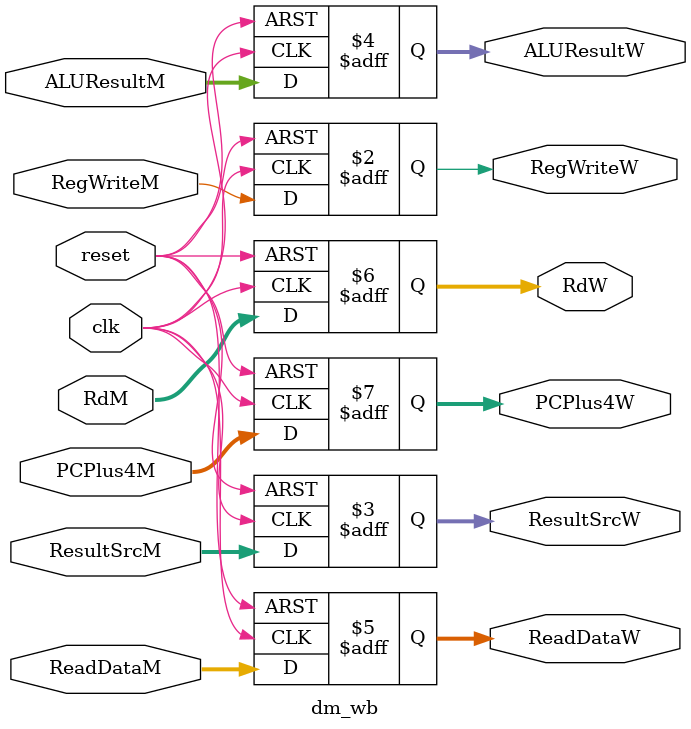
<source format=sv>
`timescale 1ns / 1ps


module dm_wb(
    //input
    input logic         clk,
                        reset,
    input logic         RegWriteM,
    input logic [1:0]   ResultSrcM,
    input logic [31:0]  ALUResultM,
    input logic [31:0]  ReadDataM,
    input logic [4:0]   RdM,
    input logic [31:0]  PCPlus4M,  
    //output
    output logic        RegWriteW,
    output logic [1:0]  ResultSrcW,
    output logic [31:0] ALUResultW,
    output logic [31:0] ReadDataW,
    output logic [4:0]  RdW,
    output logic [31:0] PCPlus4W
    );
    
    always_ff @(posedge clk, posedge reset)
    if (reset) begin
    
    RegWriteW <= 0;
    ResultSrcW <=0;
    ALUResultW <= 0;
    ReadDataW <=0;
    RdW <=0;
    PCPlus4W <=0; 
     
    end
	else begin
	
	RegWriteW <= RegWriteM;
    ResultSrcW <= ResultSrcM;
    ALUResultW <= ALUResultM;
    ReadDataW <= ReadDataM;
    RdW <= RdM;
    PCPlus4W <= PCPlus4M;
    
    end
endmodule

</source>
